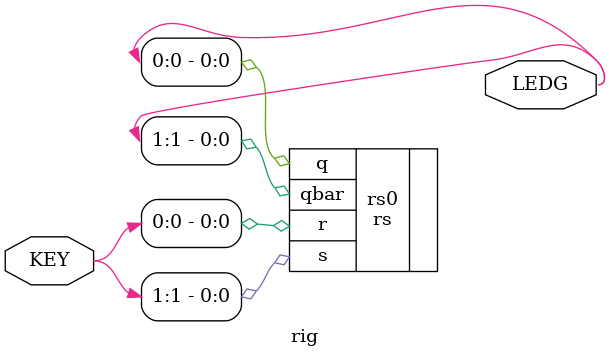
<source format=v>
module rig
	(
		input wire[0:1] KEY,
		output wire[0:1] LEDG
	);
	
	rs rs0 (.r(KEY[0]), .s(KEY[1]), .q(LEDG[0]), .qbar(LEDG[1]));
	
endmodule
	
</source>
